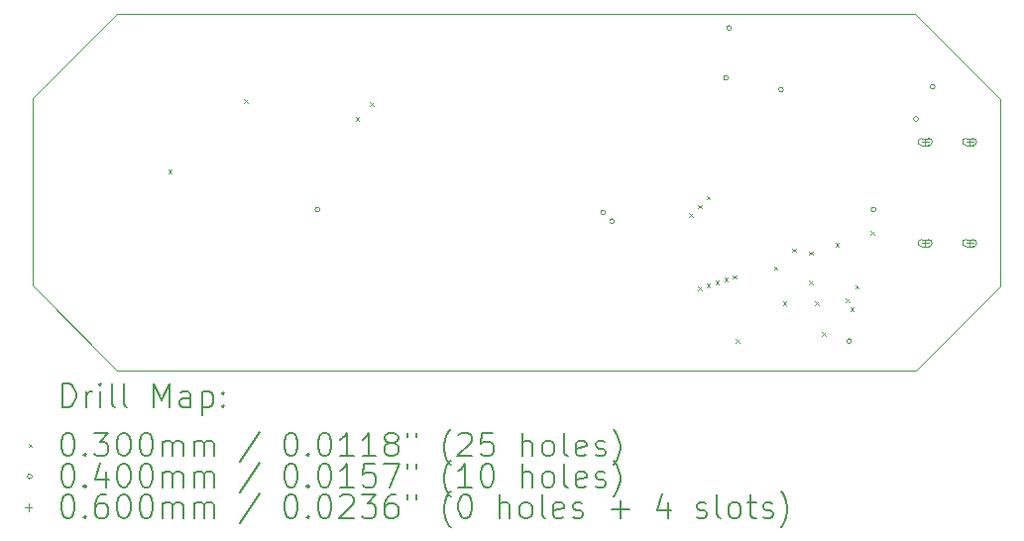
<source format=gbr>
%TF.GenerationSoftware,KiCad,Pcbnew,9.0.6*%
%TF.CreationDate,2025-11-17T13:56:23+01:00*%
%TF.ProjectId,CH32Console,43483332-436f-46e7-936f-6c652e6b6963,rev?*%
%TF.SameCoordinates,Original*%
%TF.FileFunction,Drillmap*%
%TF.FilePolarity,Positive*%
%FSLAX45Y45*%
G04 Gerber Fmt 4.5, Leading zero omitted, Abs format (unit mm)*
G04 Created by KiCad (PCBNEW 9.0.6) date 2025-11-17 13:56:23*
%MOMM*%
%LPD*%
G01*
G04 APERTURE LIST*
%ADD10C,0.050000*%
%ADD11C,0.200000*%
%ADD12C,0.100000*%
G04 APERTURE END LIST*
D10*
X18615000Y-7185000D02*
X18615000Y-8780000D01*
X17895000Y-9500000D01*
X11075000Y-9500000D01*
X10350000Y-8775000D01*
X10350000Y-7175000D01*
X11070000Y-6455000D01*
X17890000Y-6450000D01*
X18615000Y-7185000D01*
D11*
D12*
X11510000Y-7785000D02*
X11540000Y-7815000D01*
X11540000Y-7785000D02*
X11510000Y-7815000D01*
X12160000Y-7185000D02*
X12190000Y-7215000D01*
X12190000Y-7185000D02*
X12160000Y-7215000D01*
X13110000Y-7335000D02*
X13140000Y-7365000D01*
X13140000Y-7335000D02*
X13110000Y-7365000D01*
X13235000Y-7210000D02*
X13265000Y-7240000D01*
X13265000Y-7210000D02*
X13235000Y-7240000D01*
X15960000Y-8160000D02*
X15990000Y-8190000D01*
X15990000Y-8160000D02*
X15960000Y-8190000D01*
X16035000Y-8085000D02*
X16065000Y-8115000D01*
X16065000Y-8085000D02*
X16035000Y-8115000D01*
X16035000Y-8785000D02*
X16065000Y-8815000D01*
X16065000Y-8785000D02*
X16035000Y-8815000D01*
X16110000Y-8010000D02*
X16140000Y-8040000D01*
X16140000Y-8010000D02*
X16110000Y-8040000D01*
X16110000Y-8760000D02*
X16140000Y-8790000D01*
X16140000Y-8760000D02*
X16110000Y-8790000D01*
X16185000Y-8735000D02*
X16215000Y-8765000D01*
X16215000Y-8735000D02*
X16185000Y-8765000D01*
X16260000Y-8710000D02*
X16290000Y-8740000D01*
X16290000Y-8710000D02*
X16260000Y-8740000D01*
X16335000Y-8685000D02*
X16365000Y-8715000D01*
X16365000Y-8685000D02*
X16335000Y-8715000D01*
X16360000Y-9235000D02*
X16390000Y-9265000D01*
X16390000Y-9235000D02*
X16360000Y-9265000D01*
X16685000Y-8610000D02*
X16715000Y-8640000D01*
X16715000Y-8610000D02*
X16685000Y-8640000D01*
X16760000Y-8910000D02*
X16790000Y-8940000D01*
X16790000Y-8910000D02*
X16760000Y-8940000D01*
X16841742Y-8460000D02*
X16871742Y-8490000D01*
X16871742Y-8460000D02*
X16841742Y-8490000D01*
X16985000Y-8485000D02*
X17015000Y-8515000D01*
X17015000Y-8485000D02*
X16985000Y-8515000D01*
X16985000Y-8735000D02*
X17015000Y-8765000D01*
X17015000Y-8735000D02*
X16985000Y-8765000D01*
X17035000Y-8910000D02*
X17065000Y-8940000D01*
X17065000Y-8910000D02*
X17035000Y-8940000D01*
X17096250Y-9173750D02*
X17126250Y-9203750D01*
X17126250Y-9173750D02*
X17096250Y-9203750D01*
X17210000Y-8410000D02*
X17240000Y-8440000D01*
X17240000Y-8410000D02*
X17210000Y-8440000D01*
X17300000Y-8885000D02*
X17330000Y-8915000D01*
X17330000Y-8885000D02*
X17300000Y-8915000D01*
X17335000Y-8960000D02*
X17365000Y-8990000D01*
X17365000Y-8960000D02*
X17335000Y-8990000D01*
X17380000Y-8770000D02*
X17410000Y-8800000D01*
X17410000Y-8770000D02*
X17380000Y-8800000D01*
X17510000Y-8310000D02*
X17540000Y-8340000D01*
X17540000Y-8310000D02*
X17510000Y-8340000D01*
X12805000Y-8125000D02*
G75*
G02*
X12765000Y-8125000I-20000J0D01*
G01*
X12765000Y-8125000D02*
G75*
G02*
X12805000Y-8125000I20000J0D01*
G01*
X15245000Y-8150000D02*
G75*
G02*
X15205000Y-8150000I-20000J0D01*
G01*
X15205000Y-8150000D02*
G75*
G02*
X15245000Y-8150000I20000J0D01*
G01*
X15320000Y-8225000D02*
G75*
G02*
X15280000Y-8225000I-20000J0D01*
G01*
X15280000Y-8225000D02*
G75*
G02*
X15320000Y-8225000I20000J0D01*
G01*
X16295000Y-7000000D02*
G75*
G02*
X16255000Y-7000000I-20000J0D01*
G01*
X16255000Y-7000000D02*
G75*
G02*
X16295000Y-7000000I20000J0D01*
G01*
X16320000Y-6575000D02*
G75*
G02*
X16280000Y-6575000I-20000J0D01*
G01*
X16280000Y-6575000D02*
G75*
G02*
X16320000Y-6575000I20000J0D01*
G01*
X16765000Y-7100000D02*
G75*
G02*
X16725000Y-7100000I-20000J0D01*
G01*
X16725000Y-7100000D02*
G75*
G02*
X16765000Y-7100000I20000J0D01*
G01*
X17347500Y-9250000D02*
G75*
G02*
X17307500Y-9250000I-20000J0D01*
G01*
X17307500Y-9250000D02*
G75*
G02*
X17347500Y-9250000I20000J0D01*
G01*
X17555000Y-8125000D02*
G75*
G02*
X17515000Y-8125000I-20000J0D01*
G01*
X17515000Y-8125000D02*
G75*
G02*
X17555000Y-8125000I20000J0D01*
G01*
X17917500Y-7350000D02*
G75*
G02*
X17877500Y-7350000I-20000J0D01*
G01*
X17877500Y-7350000D02*
G75*
G02*
X17917500Y-7350000I20000J0D01*
G01*
X18058750Y-7075000D02*
G75*
G02*
X18018750Y-7075000I-20000J0D01*
G01*
X18018750Y-7075000D02*
G75*
G02*
X18058750Y-7075000I20000J0D01*
G01*
X17975000Y-7518000D02*
X17975000Y-7578000D01*
X17945000Y-7548000D02*
X18005000Y-7548000D01*
X18005000Y-7518000D02*
X17945000Y-7518000D01*
X17945000Y-7578000D02*
G75*
G02*
X17945000Y-7518000I0J30000D01*
G01*
X17945000Y-7578000D02*
X18005000Y-7578000D01*
X18005000Y-7578000D02*
G75*
G03*
X18005000Y-7518000I0J30000D01*
G01*
X17975000Y-8382000D02*
X17975000Y-8442000D01*
X17945000Y-8412000D02*
X18005000Y-8412000D01*
X18005000Y-8382000D02*
X17945000Y-8382000D01*
X17945000Y-8442000D02*
G75*
G02*
X17945000Y-8382000I0J30000D01*
G01*
X17945000Y-8442000D02*
X18005000Y-8442000D01*
X18005000Y-8442000D02*
G75*
G03*
X18005000Y-8382000I0J30000D01*
G01*
X18355000Y-7518000D02*
X18355000Y-7578000D01*
X18325000Y-7548000D02*
X18385000Y-7548000D01*
X18385000Y-7518000D02*
X18325000Y-7518000D01*
X18325000Y-7578000D02*
G75*
G02*
X18325000Y-7518000I0J30000D01*
G01*
X18325000Y-7578000D02*
X18385000Y-7578000D01*
X18385000Y-7578000D02*
G75*
G03*
X18385000Y-7518000I0J30000D01*
G01*
X18355000Y-8382000D02*
X18355000Y-8442000D01*
X18325000Y-8412000D02*
X18385000Y-8412000D01*
X18385000Y-8382000D02*
X18325000Y-8382000D01*
X18325000Y-8442000D02*
G75*
G02*
X18325000Y-8382000I0J30000D01*
G01*
X18325000Y-8442000D02*
X18385000Y-8442000D01*
X18385000Y-8442000D02*
G75*
G03*
X18385000Y-8382000I0J30000D01*
G01*
D11*
X10608277Y-9813984D02*
X10608277Y-9613984D01*
X10608277Y-9613984D02*
X10655896Y-9613984D01*
X10655896Y-9613984D02*
X10684467Y-9623508D01*
X10684467Y-9623508D02*
X10703515Y-9642555D01*
X10703515Y-9642555D02*
X10713039Y-9661603D01*
X10713039Y-9661603D02*
X10722563Y-9699698D01*
X10722563Y-9699698D02*
X10722563Y-9728270D01*
X10722563Y-9728270D02*
X10713039Y-9766365D01*
X10713039Y-9766365D02*
X10703515Y-9785412D01*
X10703515Y-9785412D02*
X10684467Y-9804460D01*
X10684467Y-9804460D02*
X10655896Y-9813984D01*
X10655896Y-9813984D02*
X10608277Y-9813984D01*
X10808277Y-9813984D02*
X10808277Y-9680650D01*
X10808277Y-9718746D02*
X10817801Y-9699698D01*
X10817801Y-9699698D02*
X10827324Y-9690174D01*
X10827324Y-9690174D02*
X10846372Y-9680650D01*
X10846372Y-9680650D02*
X10865420Y-9680650D01*
X10932086Y-9813984D02*
X10932086Y-9680650D01*
X10932086Y-9613984D02*
X10922563Y-9623508D01*
X10922563Y-9623508D02*
X10932086Y-9633031D01*
X10932086Y-9633031D02*
X10941610Y-9623508D01*
X10941610Y-9623508D02*
X10932086Y-9613984D01*
X10932086Y-9613984D02*
X10932086Y-9633031D01*
X11055896Y-9813984D02*
X11036848Y-9804460D01*
X11036848Y-9804460D02*
X11027324Y-9785412D01*
X11027324Y-9785412D02*
X11027324Y-9613984D01*
X11160658Y-9813984D02*
X11141610Y-9804460D01*
X11141610Y-9804460D02*
X11132086Y-9785412D01*
X11132086Y-9785412D02*
X11132086Y-9613984D01*
X11389229Y-9813984D02*
X11389229Y-9613984D01*
X11389229Y-9613984D02*
X11455896Y-9756841D01*
X11455896Y-9756841D02*
X11522562Y-9613984D01*
X11522562Y-9613984D02*
X11522562Y-9813984D01*
X11703515Y-9813984D02*
X11703515Y-9709222D01*
X11703515Y-9709222D02*
X11693991Y-9690174D01*
X11693991Y-9690174D02*
X11674943Y-9680650D01*
X11674943Y-9680650D02*
X11636848Y-9680650D01*
X11636848Y-9680650D02*
X11617801Y-9690174D01*
X11703515Y-9804460D02*
X11684467Y-9813984D01*
X11684467Y-9813984D02*
X11636848Y-9813984D01*
X11636848Y-9813984D02*
X11617801Y-9804460D01*
X11617801Y-9804460D02*
X11608277Y-9785412D01*
X11608277Y-9785412D02*
X11608277Y-9766365D01*
X11608277Y-9766365D02*
X11617801Y-9747317D01*
X11617801Y-9747317D02*
X11636848Y-9737793D01*
X11636848Y-9737793D02*
X11684467Y-9737793D01*
X11684467Y-9737793D02*
X11703515Y-9728270D01*
X11798753Y-9680650D02*
X11798753Y-9880650D01*
X11798753Y-9690174D02*
X11817801Y-9680650D01*
X11817801Y-9680650D02*
X11855896Y-9680650D01*
X11855896Y-9680650D02*
X11874943Y-9690174D01*
X11874943Y-9690174D02*
X11884467Y-9699698D01*
X11884467Y-9699698D02*
X11893991Y-9718746D01*
X11893991Y-9718746D02*
X11893991Y-9775889D01*
X11893991Y-9775889D02*
X11884467Y-9794936D01*
X11884467Y-9794936D02*
X11874943Y-9804460D01*
X11874943Y-9804460D02*
X11855896Y-9813984D01*
X11855896Y-9813984D02*
X11817801Y-9813984D01*
X11817801Y-9813984D02*
X11798753Y-9804460D01*
X11979705Y-9794936D02*
X11989229Y-9804460D01*
X11989229Y-9804460D02*
X11979705Y-9813984D01*
X11979705Y-9813984D02*
X11970182Y-9804460D01*
X11970182Y-9804460D02*
X11979705Y-9794936D01*
X11979705Y-9794936D02*
X11979705Y-9813984D01*
X11979705Y-9690174D02*
X11989229Y-9699698D01*
X11989229Y-9699698D02*
X11979705Y-9709222D01*
X11979705Y-9709222D02*
X11970182Y-9699698D01*
X11970182Y-9699698D02*
X11979705Y-9690174D01*
X11979705Y-9690174D02*
X11979705Y-9709222D01*
D12*
X10317500Y-10127500D02*
X10347500Y-10157500D01*
X10347500Y-10127500D02*
X10317500Y-10157500D01*
D11*
X10646372Y-10033984D02*
X10665420Y-10033984D01*
X10665420Y-10033984D02*
X10684467Y-10043508D01*
X10684467Y-10043508D02*
X10693991Y-10053031D01*
X10693991Y-10053031D02*
X10703515Y-10072079D01*
X10703515Y-10072079D02*
X10713039Y-10110174D01*
X10713039Y-10110174D02*
X10713039Y-10157793D01*
X10713039Y-10157793D02*
X10703515Y-10195889D01*
X10703515Y-10195889D02*
X10693991Y-10214936D01*
X10693991Y-10214936D02*
X10684467Y-10224460D01*
X10684467Y-10224460D02*
X10665420Y-10233984D01*
X10665420Y-10233984D02*
X10646372Y-10233984D01*
X10646372Y-10233984D02*
X10627324Y-10224460D01*
X10627324Y-10224460D02*
X10617801Y-10214936D01*
X10617801Y-10214936D02*
X10608277Y-10195889D01*
X10608277Y-10195889D02*
X10598753Y-10157793D01*
X10598753Y-10157793D02*
X10598753Y-10110174D01*
X10598753Y-10110174D02*
X10608277Y-10072079D01*
X10608277Y-10072079D02*
X10617801Y-10053031D01*
X10617801Y-10053031D02*
X10627324Y-10043508D01*
X10627324Y-10043508D02*
X10646372Y-10033984D01*
X10798753Y-10214936D02*
X10808277Y-10224460D01*
X10808277Y-10224460D02*
X10798753Y-10233984D01*
X10798753Y-10233984D02*
X10789229Y-10224460D01*
X10789229Y-10224460D02*
X10798753Y-10214936D01*
X10798753Y-10214936D02*
X10798753Y-10233984D01*
X10874944Y-10033984D02*
X10998753Y-10033984D01*
X10998753Y-10033984D02*
X10932086Y-10110174D01*
X10932086Y-10110174D02*
X10960658Y-10110174D01*
X10960658Y-10110174D02*
X10979705Y-10119698D01*
X10979705Y-10119698D02*
X10989229Y-10129222D01*
X10989229Y-10129222D02*
X10998753Y-10148270D01*
X10998753Y-10148270D02*
X10998753Y-10195889D01*
X10998753Y-10195889D02*
X10989229Y-10214936D01*
X10989229Y-10214936D02*
X10979705Y-10224460D01*
X10979705Y-10224460D02*
X10960658Y-10233984D01*
X10960658Y-10233984D02*
X10903515Y-10233984D01*
X10903515Y-10233984D02*
X10884467Y-10224460D01*
X10884467Y-10224460D02*
X10874944Y-10214936D01*
X11122563Y-10033984D02*
X11141610Y-10033984D01*
X11141610Y-10033984D02*
X11160658Y-10043508D01*
X11160658Y-10043508D02*
X11170182Y-10053031D01*
X11170182Y-10053031D02*
X11179705Y-10072079D01*
X11179705Y-10072079D02*
X11189229Y-10110174D01*
X11189229Y-10110174D02*
X11189229Y-10157793D01*
X11189229Y-10157793D02*
X11179705Y-10195889D01*
X11179705Y-10195889D02*
X11170182Y-10214936D01*
X11170182Y-10214936D02*
X11160658Y-10224460D01*
X11160658Y-10224460D02*
X11141610Y-10233984D01*
X11141610Y-10233984D02*
X11122563Y-10233984D01*
X11122563Y-10233984D02*
X11103515Y-10224460D01*
X11103515Y-10224460D02*
X11093991Y-10214936D01*
X11093991Y-10214936D02*
X11084467Y-10195889D01*
X11084467Y-10195889D02*
X11074944Y-10157793D01*
X11074944Y-10157793D02*
X11074944Y-10110174D01*
X11074944Y-10110174D02*
X11084467Y-10072079D01*
X11084467Y-10072079D02*
X11093991Y-10053031D01*
X11093991Y-10053031D02*
X11103515Y-10043508D01*
X11103515Y-10043508D02*
X11122563Y-10033984D01*
X11313039Y-10033984D02*
X11332086Y-10033984D01*
X11332086Y-10033984D02*
X11351134Y-10043508D01*
X11351134Y-10043508D02*
X11360658Y-10053031D01*
X11360658Y-10053031D02*
X11370182Y-10072079D01*
X11370182Y-10072079D02*
X11379705Y-10110174D01*
X11379705Y-10110174D02*
X11379705Y-10157793D01*
X11379705Y-10157793D02*
X11370182Y-10195889D01*
X11370182Y-10195889D02*
X11360658Y-10214936D01*
X11360658Y-10214936D02*
X11351134Y-10224460D01*
X11351134Y-10224460D02*
X11332086Y-10233984D01*
X11332086Y-10233984D02*
X11313039Y-10233984D01*
X11313039Y-10233984D02*
X11293991Y-10224460D01*
X11293991Y-10224460D02*
X11284467Y-10214936D01*
X11284467Y-10214936D02*
X11274943Y-10195889D01*
X11274943Y-10195889D02*
X11265420Y-10157793D01*
X11265420Y-10157793D02*
X11265420Y-10110174D01*
X11265420Y-10110174D02*
X11274943Y-10072079D01*
X11274943Y-10072079D02*
X11284467Y-10053031D01*
X11284467Y-10053031D02*
X11293991Y-10043508D01*
X11293991Y-10043508D02*
X11313039Y-10033984D01*
X11465420Y-10233984D02*
X11465420Y-10100650D01*
X11465420Y-10119698D02*
X11474943Y-10110174D01*
X11474943Y-10110174D02*
X11493991Y-10100650D01*
X11493991Y-10100650D02*
X11522563Y-10100650D01*
X11522563Y-10100650D02*
X11541610Y-10110174D01*
X11541610Y-10110174D02*
X11551134Y-10129222D01*
X11551134Y-10129222D02*
X11551134Y-10233984D01*
X11551134Y-10129222D02*
X11560658Y-10110174D01*
X11560658Y-10110174D02*
X11579705Y-10100650D01*
X11579705Y-10100650D02*
X11608277Y-10100650D01*
X11608277Y-10100650D02*
X11627324Y-10110174D01*
X11627324Y-10110174D02*
X11636848Y-10129222D01*
X11636848Y-10129222D02*
X11636848Y-10233984D01*
X11732086Y-10233984D02*
X11732086Y-10100650D01*
X11732086Y-10119698D02*
X11741610Y-10110174D01*
X11741610Y-10110174D02*
X11760658Y-10100650D01*
X11760658Y-10100650D02*
X11789229Y-10100650D01*
X11789229Y-10100650D02*
X11808277Y-10110174D01*
X11808277Y-10110174D02*
X11817801Y-10129222D01*
X11817801Y-10129222D02*
X11817801Y-10233984D01*
X11817801Y-10129222D02*
X11827324Y-10110174D01*
X11827324Y-10110174D02*
X11846372Y-10100650D01*
X11846372Y-10100650D02*
X11874943Y-10100650D01*
X11874943Y-10100650D02*
X11893991Y-10110174D01*
X11893991Y-10110174D02*
X11903515Y-10129222D01*
X11903515Y-10129222D02*
X11903515Y-10233984D01*
X12293991Y-10024460D02*
X12122563Y-10281603D01*
X12551134Y-10033984D02*
X12570182Y-10033984D01*
X12570182Y-10033984D02*
X12589229Y-10043508D01*
X12589229Y-10043508D02*
X12598753Y-10053031D01*
X12598753Y-10053031D02*
X12608277Y-10072079D01*
X12608277Y-10072079D02*
X12617801Y-10110174D01*
X12617801Y-10110174D02*
X12617801Y-10157793D01*
X12617801Y-10157793D02*
X12608277Y-10195889D01*
X12608277Y-10195889D02*
X12598753Y-10214936D01*
X12598753Y-10214936D02*
X12589229Y-10224460D01*
X12589229Y-10224460D02*
X12570182Y-10233984D01*
X12570182Y-10233984D02*
X12551134Y-10233984D01*
X12551134Y-10233984D02*
X12532086Y-10224460D01*
X12532086Y-10224460D02*
X12522563Y-10214936D01*
X12522563Y-10214936D02*
X12513039Y-10195889D01*
X12513039Y-10195889D02*
X12503515Y-10157793D01*
X12503515Y-10157793D02*
X12503515Y-10110174D01*
X12503515Y-10110174D02*
X12513039Y-10072079D01*
X12513039Y-10072079D02*
X12522563Y-10053031D01*
X12522563Y-10053031D02*
X12532086Y-10043508D01*
X12532086Y-10043508D02*
X12551134Y-10033984D01*
X12703515Y-10214936D02*
X12713039Y-10224460D01*
X12713039Y-10224460D02*
X12703515Y-10233984D01*
X12703515Y-10233984D02*
X12693991Y-10224460D01*
X12693991Y-10224460D02*
X12703515Y-10214936D01*
X12703515Y-10214936D02*
X12703515Y-10233984D01*
X12836848Y-10033984D02*
X12855896Y-10033984D01*
X12855896Y-10033984D02*
X12874944Y-10043508D01*
X12874944Y-10043508D02*
X12884467Y-10053031D01*
X12884467Y-10053031D02*
X12893991Y-10072079D01*
X12893991Y-10072079D02*
X12903515Y-10110174D01*
X12903515Y-10110174D02*
X12903515Y-10157793D01*
X12903515Y-10157793D02*
X12893991Y-10195889D01*
X12893991Y-10195889D02*
X12884467Y-10214936D01*
X12884467Y-10214936D02*
X12874944Y-10224460D01*
X12874944Y-10224460D02*
X12855896Y-10233984D01*
X12855896Y-10233984D02*
X12836848Y-10233984D01*
X12836848Y-10233984D02*
X12817801Y-10224460D01*
X12817801Y-10224460D02*
X12808277Y-10214936D01*
X12808277Y-10214936D02*
X12798753Y-10195889D01*
X12798753Y-10195889D02*
X12789229Y-10157793D01*
X12789229Y-10157793D02*
X12789229Y-10110174D01*
X12789229Y-10110174D02*
X12798753Y-10072079D01*
X12798753Y-10072079D02*
X12808277Y-10053031D01*
X12808277Y-10053031D02*
X12817801Y-10043508D01*
X12817801Y-10043508D02*
X12836848Y-10033984D01*
X13093991Y-10233984D02*
X12979706Y-10233984D01*
X13036848Y-10233984D02*
X13036848Y-10033984D01*
X13036848Y-10033984D02*
X13017801Y-10062555D01*
X13017801Y-10062555D02*
X12998753Y-10081603D01*
X12998753Y-10081603D02*
X12979706Y-10091127D01*
X13284467Y-10233984D02*
X13170182Y-10233984D01*
X13227325Y-10233984D02*
X13227325Y-10033984D01*
X13227325Y-10033984D02*
X13208277Y-10062555D01*
X13208277Y-10062555D02*
X13189229Y-10081603D01*
X13189229Y-10081603D02*
X13170182Y-10091127D01*
X13398753Y-10119698D02*
X13379706Y-10110174D01*
X13379706Y-10110174D02*
X13370182Y-10100650D01*
X13370182Y-10100650D02*
X13360658Y-10081603D01*
X13360658Y-10081603D02*
X13360658Y-10072079D01*
X13360658Y-10072079D02*
X13370182Y-10053031D01*
X13370182Y-10053031D02*
X13379706Y-10043508D01*
X13379706Y-10043508D02*
X13398753Y-10033984D01*
X13398753Y-10033984D02*
X13436848Y-10033984D01*
X13436848Y-10033984D02*
X13455896Y-10043508D01*
X13455896Y-10043508D02*
X13465420Y-10053031D01*
X13465420Y-10053031D02*
X13474944Y-10072079D01*
X13474944Y-10072079D02*
X13474944Y-10081603D01*
X13474944Y-10081603D02*
X13465420Y-10100650D01*
X13465420Y-10100650D02*
X13455896Y-10110174D01*
X13455896Y-10110174D02*
X13436848Y-10119698D01*
X13436848Y-10119698D02*
X13398753Y-10119698D01*
X13398753Y-10119698D02*
X13379706Y-10129222D01*
X13379706Y-10129222D02*
X13370182Y-10138746D01*
X13370182Y-10138746D02*
X13360658Y-10157793D01*
X13360658Y-10157793D02*
X13360658Y-10195889D01*
X13360658Y-10195889D02*
X13370182Y-10214936D01*
X13370182Y-10214936D02*
X13379706Y-10224460D01*
X13379706Y-10224460D02*
X13398753Y-10233984D01*
X13398753Y-10233984D02*
X13436848Y-10233984D01*
X13436848Y-10233984D02*
X13455896Y-10224460D01*
X13455896Y-10224460D02*
X13465420Y-10214936D01*
X13465420Y-10214936D02*
X13474944Y-10195889D01*
X13474944Y-10195889D02*
X13474944Y-10157793D01*
X13474944Y-10157793D02*
X13465420Y-10138746D01*
X13465420Y-10138746D02*
X13455896Y-10129222D01*
X13455896Y-10129222D02*
X13436848Y-10119698D01*
X13551134Y-10033984D02*
X13551134Y-10072079D01*
X13627325Y-10033984D02*
X13627325Y-10072079D01*
X13922563Y-10310174D02*
X13913039Y-10300650D01*
X13913039Y-10300650D02*
X13893991Y-10272079D01*
X13893991Y-10272079D02*
X13884468Y-10253031D01*
X13884468Y-10253031D02*
X13874944Y-10224460D01*
X13874944Y-10224460D02*
X13865420Y-10176841D01*
X13865420Y-10176841D02*
X13865420Y-10138746D01*
X13865420Y-10138746D02*
X13874944Y-10091127D01*
X13874944Y-10091127D02*
X13884468Y-10062555D01*
X13884468Y-10062555D02*
X13893991Y-10043508D01*
X13893991Y-10043508D02*
X13913039Y-10014936D01*
X13913039Y-10014936D02*
X13922563Y-10005412D01*
X13989229Y-10053031D02*
X13998753Y-10043508D01*
X13998753Y-10043508D02*
X14017801Y-10033984D01*
X14017801Y-10033984D02*
X14065420Y-10033984D01*
X14065420Y-10033984D02*
X14084468Y-10043508D01*
X14084468Y-10043508D02*
X14093991Y-10053031D01*
X14093991Y-10053031D02*
X14103515Y-10072079D01*
X14103515Y-10072079D02*
X14103515Y-10091127D01*
X14103515Y-10091127D02*
X14093991Y-10119698D01*
X14093991Y-10119698D02*
X13979706Y-10233984D01*
X13979706Y-10233984D02*
X14103515Y-10233984D01*
X14284468Y-10033984D02*
X14189229Y-10033984D01*
X14189229Y-10033984D02*
X14179706Y-10129222D01*
X14179706Y-10129222D02*
X14189229Y-10119698D01*
X14189229Y-10119698D02*
X14208277Y-10110174D01*
X14208277Y-10110174D02*
X14255896Y-10110174D01*
X14255896Y-10110174D02*
X14274944Y-10119698D01*
X14274944Y-10119698D02*
X14284468Y-10129222D01*
X14284468Y-10129222D02*
X14293991Y-10148270D01*
X14293991Y-10148270D02*
X14293991Y-10195889D01*
X14293991Y-10195889D02*
X14284468Y-10214936D01*
X14284468Y-10214936D02*
X14274944Y-10224460D01*
X14274944Y-10224460D02*
X14255896Y-10233984D01*
X14255896Y-10233984D02*
X14208277Y-10233984D01*
X14208277Y-10233984D02*
X14189229Y-10224460D01*
X14189229Y-10224460D02*
X14179706Y-10214936D01*
X14532087Y-10233984D02*
X14532087Y-10033984D01*
X14617801Y-10233984D02*
X14617801Y-10129222D01*
X14617801Y-10129222D02*
X14608277Y-10110174D01*
X14608277Y-10110174D02*
X14589230Y-10100650D01*
X14589230Y-10100650D02*
X14560658Y-10100650D01*
X14560658Y-10100650D02*
X14541610Y-10110174D01*
X14541610Y-10110174D02*
X14532087Y-10119698D01*
X14741610Y-10233984D02*
X14722563Y-10224460D01*
X14722563Y-10224460D02*
X14713039Y-10214936D01*
X14713039Y-10214936D02*
X14703515Y-10195889D01*
X14703515Y-10195889D02*
X14703515Y-10138746D01*
X14703515Y-10138746D02*
X14713039Y-10119698D01*
X14713039Y-10119698D02*
X14722563Y-10110174D01*
X14722563Y-10110174D02*
X14741610Y-10100650D01*
X14741610Y-10100650D02*
X14770182Y-10100650D01*
X14770182Y-10100650D02*
X14789230Y-10110174D01*
X14789230Y-10110174D02*
X14798753Y-10119698D01*
X14798753Y-10119698D02*
X14808277Y-10138746D01*
X14808277Y-10138746D02*
X14808277Y-10195889D01*
X14808277Y-10195889D02*
X14798753Y-10214936D01*
X14798753Y-10214936D02*
X14789230Y-10224460D01*
X14789230Y-10224460D02*
X14770182Y-10233984D01*
X14770182Y-10233984D02*
X14741610Y-10233984D01*
X14922563Y-10233984D02*
X14903515Y-10224460D01*
X14903515Y-10224460D02*
X14893991Y-10205412D01*
X14893991Y-10205412D02*
X14893991Y-10033984D01*
X15074944Y-10224460D02*
X15055896Y-10233984D01*
X15055896Y-10233984D02*
X15017801Y-10233984D01*
X15017801Y-10233984D02*
X14998753Y-10224460D01*
X14998753Y-10224460D02*
X14989230Y-10205412D01*
X14989230Y-10205412D02*
X14989230Y-10129222D01*
X14989230Y-10129222D02*
X14998753Y-10110174D01*
X14998753Y-10110174D02*
X15017801Y-10100650D01*
X15017801Y-10100650D02*
X15055896Y-10100650D01*
X15055896Y-10100650D02*
X15074944Y-10110174D01*
X15074944Y-10110174D02*
X15084468Y-10129222D01*
X15084468Y-10129222D02*
X15084468Y-10148270D01*
X15084468Y-10148270D02*
X14989230Y-10167317D01*
X15160658Y-10224460D02*
X15179706Y-10233984D01*
X15179706Y-10233984D02*
X15217801Y-10233984D01*
X15217801Y-10233984D02*
X15236849Y-10224460D01*
X15236849Y-10224460D02*
X15246372Y-10205412D01*
X15246372Y-10205412D02*
X15246372Y-10195889D01*
X15246372Y-10195889D02*
X15236849Y-10176841D01*
X15236849Y-10176841D02*
X15217801Y-10167317D01*
X15217801Y-10167317D02*
X15189230Y-10167317D01*
X15189230Y-10167317D02*
X15170182Y-10157793D01*
X15170182Y-10157793D02*
X15160658Y-10138746D01*
X15160658Y-10138746D02*
X15160658Y-10129222D01*
X15160658Y-10129222D02*
X15170182Y-10110174D01*
X15170182Y-10110174D02*
X15189230Y-10100650D01*
X15189230Y-10100650D02*
X15217801Y-10100650D01*
X15217801Y-10100650D02*
X15236849Y-10110174D01*
X15313039Y-10310174D02*
X15322563Y-10300650D01*
X15322563Y-10300650D02*
X15341611Y-10272079D01*
X15341611Y-10272079D02*
X15351134Y-10253031D01*
X15351134Y-10253031D02*
X15360658Y-10224460D01*
X15360658Y-10224460D02*
X15370182Y-10176841D01*
X15370182Y-10176841D02*
X15370182Y-10138746D01*
X15370182Y-10138746D02*
X15360658Y-10091127D01*
X15360658Y-10091127D02*
X15351134Y-10062555D01*
X15351134Y-10062555D02*
X15341611Y-10043508D01*
X15341611Y-10043508D02*
X15322563Y-10014936D01*
X15322563Y-10014936D02*
X15313039Y-10005412D01*
D12*
X10347500Y-10406500D02*
G75*
G02*
X10307500Y-10406500I-20000J0D01*
G01*
X10307500Y-10406500D02*
G75*
G02*
X10347500Y-10406500I20000J0D01*
G01*
D11*
X10646372Y-10297984D02*
X10665420Y-10297984D01*
X10665420Y-10297984D02*
X10684467Y-10307508D01*
X10684467Y-10307508D02*
X10693991Y-10317031D01*
X10693991Y-10317031D02*
X10703515Y-10336079D01*
X10703515Y-10336079D02*
X10713039Y-10374174D01*
X10713039Y-10374174D02*
X10713039Y-10421793D01*
X10713039Y-10421793D02*
X10703515Y-10459889D01*
X10703515Y-10459889D02*
X10693991Y-10478936D01*
X10693991Y-10478936D02*
X10684467Y-10488460D01*
X10684467Y-10488460D02*
X10665420Y-10497984D01*
X10665420Y-10497984D02*
X10646372Y-10497984D01*
X10646372Y-10497984D02*
X10627324Y-10488460D01*
X10627324Y-10488460D02*
X10617801Y-10478936D01*
X10617801Y-10478936D02*
X10608277Y-10459889D01*
X10608277Y-10459889D02*
X10598753Y-10421793D01*
X10598753Y-10421793D02*
X10598753Y-10374174D01*
X10598753Y-10374174D02*
X10608277Y-10336079D01*
X10608277Y-10336079D02*
X10617801Y-10317031D01*
X10617801Y-10317031D02*
X10627324Y-10307508D01*
X10627324Y-10307508D02*
X10646372Y-10297984D01*
X10798753Y-10478936D02*
X10808277Y-10488460D01*
X10808277Y-10488460D02*
X10798753Y-10497984D01*
X10798753Y-10497984D02*
X10789229Y-10488460D01*
X10789229Y-10488460D02*
X10798753Y-10478936D01*
X10798753Y-10478936D02*
X10798753Y-10497984D01*
X10979705Y-10364650D02*
X10979705Y-10497984D01*
X10932086Y-10288460D02*
X10884467Y-10431317D01*
X10884467Y-10431317D02*
X11008277Y-10431317D01*
X11122563Y-10297984D02*
X11141610Y-10297984D01*
X11141610Y-10297984D02*
X11160658Y-10307508D01*
X11160658Y-10307508D02*
X11170182Y-10317031D01*
X11170182Y-10317031D02*
X11179705Y-10336079D01*
X11179705Y-10336079D02*
X11189229Y-10374174D01*
X11189229Y-10374174D02*
X11189229Y-10421793D01*
X11189229Y-10421793D02*
X11179705Y-10459889D01*
X11179705Y-10459889D02*
X11170182Y-10478936D01*
X11170182Y-10478936D02*
X11160658Y-10488460D01*
X11160658Y-10488460D02*
X11141610Y-10497984D01*
X11141610Y-10497984D02*
X11122563Y-10497984D01*
X11122563Y-10497984D02*
X11103515Y-10488460D01*
X11103515Y-10488460D02*
X11093991Y-10478936D01*
X11093991Y-10478936D02*
X11084467Y-10459889D01*
X11084467Y-10459889D02*
X11074944Y-10421793D01*
X11074944Y-10421793D02*
X11074944Y-10374174D01*
X11074944Y-10374174D02*
X11084467Y-10336079D01*
X11084467Y-10336079D02*
X11093991Y-10317031D01*
X11093991Y-10317031D02*
X11103515Y-10307508D01*
X11103515Y-10307508D02*
X11122563Y-10297984D01*
X11313039Y-10297984D02*
X11332086Y-10297984D01*
X11332086Y-10297984D02*
X11351134Y-10307508D01*
X11351134Y-10307508D02*
X11360658Y-10317031D01*
X11360658Y-10317031D02*
X11370182Y-10336079D01*
X11370182Y-10336079D02*
X11379705Y-10374174D01*
X11379705Y-10374174D02*
X11379705Y-10421793D01*
X11379705Y-10421793D02*
X11370182Y-10459889D01*
X11370182Y-10459889D02*
X11360658Y-10478936D01*
X11360658Y-10478936D02*
X11351134Y-10488460D01*
X11351134Y-10488460D02*
X11332086Y-10497984D01*
X11332086Y-10497984D02*
X11313039Y-10497984D01*
X11313039Y-10497984D02*
X11293991Y-10488460D01*
X11293991Y-10488460D02*
X11284467Y-10478936D01*
X11284467Y-10478936D02*
X11274943Y-10459889D01*
X11274943Y-10459889D02*
X11265420Y-10421793D01*
X11265420Y-10421793D02*
X11265420Y-10374174D01*
X11265420Y-10374174D02*
X11274943Y-10336079D01*
X11274943Y-10336079D02*
X11284467Y-10317031D01*
X11284467Y-10317031D02*
X11293991Y-10307508D01*
X11293991Y-10307508D02*
X11313039Y-10297984D01*
X11465420Y-10497984D02*
X11465420Y-10364650D01*
X11465420Y-10383698D02*
X11474943Y-10374174D01*
X11474943Y-10374174D02*
X11493991Y-10364650D01*
X11493991Y-10364650D02*
X11522563Y-10364650D01*
X11522563Y-10364650D02*
X11541610Y-10374174D01*
X11541610Y-10374174D02*
X11551134Y-10393222D01*
X11551134Y-10393222D02*
X11551134Y-10497984D01*
X11551134Y-10393222D02*
X11560658Y-10374174D01*
X11560658Y-10374174D02*
X11579705Y-10364650D01*
X11579705Y-10364650D02*
X11608277Y-10364650D01*
X11608277Y-10364650D02*
X11627324Y-10374174D01*
X11627324Y-10374174D02*
X11636848Y-10393222D01*
X11636848Y-10393222D02*
X11636848Y-10497984D01*
X11732086Y-10497984D02*
X11732086Y-10364650D01*
X11732086Y-10383698D02*
X11741610Y-10374174D01*
X11741610Y-10374174D02*
X11760658Y-10364650D01*
X11760658Y-10364650D02*
X11789229Y-10364650D01*
X11789229Y-10364650D02*
X11808277Y-10374174D01*
X11808277Y-10374174D02*
X11817801Y-10393222D01*
X11817801Y-10393222D02*
X11817801Y-10497984D01*
X11817801Y-10393222D02*
X11827324Y-10374174D01*
X11827324Y-10374174D02*
X11846372Y-10364650D01*
X11846372Y-10364650D02*
X11874943Y-10364650D01*
X11874943Y-10364650D02*
X11893991Y-10374174D01*
X11893991Y-10374174D02*
X11903515Y-10393222D01*
X11903515Y-10393222D02*
X11903515Y-10497984D01*
X12293991Y-10288460D02*
X12122563Y-10545603D01*
X12551134Y-10297984D02*
X12570182Y-10297984D01*
X12570182Y-10297984D02*
X12589229Y-10307508D01*
X12589229Y-10307508D02*
X12598753Y-10317031D01*
X12598753Y-10317031D02*
X12608277Y-10336079D01*
X12608277Y-10336079D02*
X12617801Y-10374174D01*
X12617801Y-10374174D02*
X12617801Y-10421793D01*
X12617801Y-10421793D02*
X12608277Y-10459889D01*
X12608277Y-10459889D02*
X12598753Y-10478936D01*
X12598753Y-10478936D02*
X12589229Y-10488460D01*
X12589229Y-10488460D02*
X12570182Y-10497984D01*
X12570182Y-10497984D02*
X12551134Y-10497984D01*
X12551134Y-10497984D02*
X12532086Y-10488460D01*
X12532086Y-10488460D02*
X12522563Y-10478936D01*
X12522563Y-10478936D02*
X12513039Y-10459889D01*
X12513039Y-10459889D02*
X12503515Y-10421793D01*
X12503515Y-10421793D02*
X12503515Y-10374174D01*
X12503515Y-10374174D02*
X12513039Y-10336079D01*
X12513039Y-10336079D02*
X12522563Y-10317031D01*
X12522563Y-10317031D02*
X12532086Y-10307508D01*
X12532086Y-10307508D02*
X12551134Y-10297984D01*
X12703515Y-10478936D02*
X12713039Y-10488460D01*
X12713039Y-10488460D02*
X12703515Y-10497984D01*
X12703515Y-10497984D02*
X12693991Y-10488460D01*
X12693991Y-10488460D02*
X12703515Y-10478936D01*
X12703515Y-10478936D02*
X12703515Y-10497984D01*
X12836848Y-10297984D02*
X12855896Y-10297984D01*
X12855896Y-10297984D02*
X12874944Y-10307508D01*
X12874944Y-10307508D02*
X12884467Y-10317031D01*
X12884467Y-10317031D02*
X12893991Y-10336079D01*
X12893991Y-10336079D02*
X12903515Y-10374174D01*
X12903515Y-10374174D02*
X12903515Y-10421793D01*
X12903515Y-10421793D02*
X12893991Y-10459889D01*
X12893991Y-10459889D02*
X12884467Y-10478936D01*
X12884467Y-10478936D02*
X12874944Y-10488460D01*
X12874944Y-10488460D02*
X12855896Y-10497984D01*
X12855896Y-10497984D02*
X12836848Y-10497984D01*
X12836848Y-10497984D02*
X12817801Y-10488460D01*
X12817801Y-10488460D02*
X12808277Y-10478936D01*
X12808277Y-10478936D02*
X12798753Y-10459889D01*
X12798753Y-10459889D02*
X12789229Y-10421793D01*
X12789229Y-10421793D02*
X12789229Y-10374174D01*
X12789229Y-10374174D02*
X12798753Y-10336079D01*
X12798753Y-10336079D02*
X12808277Y-10317031D01*
X12808277Y-10317031D02*
X12817801Y-10307508D01*
X12817801Y-10307508D02*
X12836848Y-10297984D01*
X13093991Y-10497984D02*
X12979706Y-10497984D01*
X13036848Y-10497984D02*
X13036848Y-10297984D01*
X13036848Y-10297984D02*
X13017801Y-10326555D01*
X13017801Y-10326555D02*
X12998753Y-10345603D01*
X12998753Y-10345603D02*
X12979706Y-10355127D01*
X13274944Y-10297984D02*
X13179706Y-10297984D01*
X13179706Y-10297984D02*
X13170182Y-10393222D01*
X13170182Y-10393222D02*
X13179706Y-10383698D01*
X13179706Y-10383698D02*
X13198753Y-10374174D01*
X13198753Y-10374174D02*
X13246372Y-10374174D01*
X13246372Y-10374174D02*
X13265420Y-10383698D01*
X13265420Y-10383698D02*
X13274944Y-10393222D01*
X13274944Y-10393222D02*
X13284467Y-10412270D01*
X13284467Y-10412270D02*
X13284467Y-10459889D01*
X13284467Y-10459889D02*
X13274944Y-10478936D01*
X13274944Y-10478936D02*
X13265420Y-10488460D01*
X13265420Y-10488460D02*
X13246372Y-10497984D01*
X13246372Y-10497984D02*
X13198753Y-10497984D01*
X13198753Y-10497984D02*
X13179706Y-10488460D01*
X13179706Y-10488460D02*
X13170182Y-10478936D01*
X13351134Y-10297984D02*
X13484467Y-10297984D01*
X13484467Y-10297984D02*
X13398753Y-10497984D01*
X13551134Y-10297984D02*
X13551134Y-10336079D01*
X13627325Y-10297984D02*
X13627325Y-10336079D01*
X13922563Y-10574174D02*
X13913039Y-10564650D01*
X13913039Y-10564650D02*
X13893991Y-10536079D01*
X13893991Y-10536079D02*
X13884468Y-10517031D01*
X13884468Y-10517031D02*
X13874944Y-10488460D01*
X13874944Y-10488460D02*
X13865420Y-10440841D01*
X13865420Y-10440841D02*
X13865420Y-10402746D01*
X13865420Y-10402746D02*
X13874944Y-10355127D01*
X13874944Y-10355127D02*
X13884468Y-10326555D01*
X13884468Y-10326555D02*
X13893991Y-10307508D01*
X13893991Y-10307508D02*
X13913039Y-10278936D01*
X13913039Y-10278936D02*
X13922563Y-10269412D01*
X14103515Y-10497984D02*
X13989229Y-10497984D01*
X14046372Y-10497984D02*
X14046372Y-10297984D01*
X14046372Y-10297984D02*
X14027325Y-10326555D01*
X14027325Y-10326555D02*
X14008277Y-10345603D01*
X14008277Y-10345603D02*
X13989229Y-10355127D01*
X14227325Y-10297984D02*
X14246372Y-10297984D01*
X14246372Y-10297984D02*
X14265420Y-10307508D01*
X14265420Y-10307508D02*
X14274944Y-10317031D01*
X14274944Y-10317031D02*
X14284468Y-10336079D01*
X14284468Y-10336079D02*
X14293991Y-10374174D01*
X14293991Y-10374174D02*
X14293991Y-10421793D01*
X14293991Y-10421793D02*
X14284468Y-10459889D01*
X14284468Y-10459889D02*
X14274944Y-10478936D01*
X14274944Y-10478936D02*
X14265420Y-10488460D01*
X14265420Y-10488460D02*
X14246372Y-10497984D01*
X14246372Y-10497984D02*
X14227325Y-10497984D01*
X14227325Y-10497984D02*
X14208277Y-10488460D01*
X14208277Y-10488460D02*
X14198753Y-10478936D01*
X14198753Y-10478936D02*
X14189229Y-10459889D01*
X14189229Y-10459889D02*
X14179706Y-10421793D01*
X14179706Y-10421793D02*
X14179706Y-10374174D01*
X14179706Y-10374174D02*
X14189229Y-10336079D01*
X14189229Y-10336079D02*
X14198753Y-10317031D01*
X14198753Y-10317031D02*
X14208277Y-10307508D01*
X14208277Y-10307508D02*
X14227325Y-10297984D01*
X14532087Y-10497984D02*
X14532087Y-10297984D01*
X14617801Y-10497984D02*
X14617801Y-10393222D01*
X14617801Y-10393222D02*
X14608277Y-10374174D01*
X14608277Y-10374174D02*
X14589230Y-10364650D01*
X14589230Y-10364650D02*
X14560658Y-10364650D01*
X14560658Y-10364650D02*
X14541610Y-10374174D01*
X14541610Y-10374174D02*
X14532087Y-10383698D01*
X14741610Y-10497984D02*
X14722563Y-10488460D01*
X14722563Y-10488460D02*
X14713039Y-10478936D01*
X14713039Y-10478936D02*
X14703515Y-10459889D01*
X14703515Y-10459889D02*
X14703515Y-10402746D01*
X14703515Y-10402746D02*
X14713039Y-10383698D01*
X14713039Y-10383698D02*
X14722563Y-10374174D01*
X14722563Y-10374174D02*
X14741610Y-10364650D01*
X14741610Y-10364650D02*
X14770182Y-10364650D01*
X14770182Y-10364650D02*
X14789230Y-10374174D01*
X14789230Y-10374174D02*
X14798753Y-10383698D01*
X14798753Y-10383698D02*
X14808277Y-10402746D01*
X14808277Y-10402746D02*
X14808277Y-10459889D01*
X14808277Y-10459889D02*
X14798753Y-10478936D01*
X14798753Y-10478936D02*
X14789230Y-10488460D01*
X14789230Y-10488460D02*
X14770182Y-10497984D01*
X14770182Y-10497984D02*
X14741610Y-10497984D01*
X14922563Y-10497984D02*
X14903515Y-10488460D01*
X14903515Y-10488460D02*
X14893991Y-10469412D01*
X14893991Y-10469412D02*
X14893991Y-10297984D01*
X15074944Y-10488460D02*
X15055896Y-10497984D01*
X15055896Y-10497984D02*
X15017801Y-10497984D01*
X15017801Y-10497984D02*
X14998753Y-10488460D01*
X14998753Y-10488460D02*
X14989230Y-10469412D01*
X14989230Y-10469412D02*
X14989230Y-10393222D01*
X14989230Y-10393222D02*
X14998753Y-10374174D01*
X14998753Y-10374174D02*
X15017801Y-10364650D01*
X15017801Y-10364650D02*
X15055896Y-10364650D01*
X15055896Y-10364650D02*
X15074944Y-10374174D01*
X15074944Y-10374174D02*
X15084468Y-10393222D01*
X15084468Y-10393222D02*
X15084468Y-10412270D01*
X15084468Y-10412270D02*
X14989230Y-10431317D01*
X15160658Y-10488460D02*
X15179706Y-10497984D01*
X15179706Y-10497984D02*
X15217801Y-10497984D01*
X15217801Y-10497984D02*
X15236849Y-10488460D01*
X15236849Y-10488460D02*
X15246372Y-10469412D01*
X15246372Y-10469412D02*
X15246372Y-10459889D01*
X15246372Y-10459889D02*
X15236849Y-10440841D01*
X15236849Y-10440841D02*
X15217801Y-10431317D01*
X15217801Y-10431317D02*
X15189230Y-10431317D01*
X15189230Y-10431317D02*
X15170182Y-10421793D01*
X15170182Y-10421793D02*
X15160658Y-10402746D01*
X15160658Y-10402746D02*
X15160658Y-10393222D01*
X15160658Y-10393222D02*
X15170182Y-10374174D01*
X15170182Y-10374174D02*
X15189230Y-10364650D01*
X15189230Y-10364650D02*
X15217801Y-10364650D01*
X15217801Y-10364650D02*
X15236849Y-10374174D01*
X15313039Y-10574174D02*
X15322563Y-10564650D01*
X15322563Y-10564650D02*
X15341611Y-10536079D01*
X15341611Y-10536079D02*
X15351134Y-10517031D01*
X15351134Y-10517031D02*
X15360658Y-10488460D01*
X15360658Y-10488460D02*
X15370182Y-10440841D01*
X15370182Y-10440841D02*
X15370182Y-10402746D01*
X15370182Y-10402746D02*
X15360658Y-10355127D01*
X15360658Y-10355127D02*
X15351134Y-10326555D01*
X15351134Y-10326555D02*
X15341611Y-10307508D01*
X15341611Y-10307508D02*
X15322563Y-10278936D01*
X15322563Y-10278936D02*
X15313039Y-10269412D01*
D12*
X10317500Y-10640500D02*
X10317500Y-10700500D01*
X10287500Y-10670500D02*
X10347500Y-10670500D01*
D11*
X10646372Y-10561984D02*
X10665420Y-10561984D01*
X10665420Y-10561984D02*
X10684467Y-10571508D01*
X10684467Y-10571508D02*
X10693991Y-10581031D01*
X10693991Y-10581031D02*
X10703515Y-10600079D01*
X10703515Y-10600079D02*
X10713039Y-10638174D01*
X10713039Y-10638174D02*
X10713039Y-10685793D01*
X10713039Y-10685793D02*
X10703515Y-10723889D01*
X10703515Y-10723889D02*
X10693991Y-10742936D01*
X10693991Y-10742936D02*
X10684467Y-10752460D01*
X10684467Y-10752460D02*
X10665420Y-10761984D01*
X10665420Y-10761984D02*
X10646372Y-10761984D01*
X10646372Y-10761984D02*
X10627324Y-10752460D01*
X10627324Y-10752460D02*
X10617801Y-10742936D01*
X10617801Y-10742936D02*
X10608277Y-10723889D01*
X10608277Y-10723889D02*
X10598753Y-10685793D01*
X10598753Y-10685793D02*
X10598753Y-10638174D01*
X10598753Y-10638174D02*
X10608277Y-10600079D01*
X10608277Y-10600079D02*
X10617801Y-10581031D01*
X10617801Y-10581031D02*
X10627324Y-10571508D01*
X10627324Y-10571508D02*
X10646372Y-10561984D01*
X10798753Y-10742936D02*
X10808277Y-10752460D01*
X10808277Y-10752460D02*
X10798753Y-10761984D01*
X10798753Y-10761984D02*
X10789229Y-10752460D01*
X10789229Y-10752460D02*
X10798753Y-10742936D01*
X10798753Y-10742936D02*
X10798753Y-10761984D01*
X10979705Y-10561984D02*
X10941610Y-10561984D01*
X10941610Y-10561984D02*
X10922563Y-10571508D01*
X10922563Y-10571508D02*
X10913039Y-10581031D01*
X10913039Y-10581031D02*
X10893991Y-10609603D01*
X10893991Y-10609603D02*
X10884467Y-10647698D01*
X10884467Y-10647698D02*
X10884467Y-10723889D01*
X10884467Y-10723889D02*
X10893991Y-10742936D01*
X10893991Y-10742936D02*
X10903515Y-10752460D01*
X10903515Y-10752460D02*
X10922563Y-10761984D01*
X10922563Y-10761984D02*
X10960658Y-10761984D01*
X10960658Y-10761984D02*
X10979705Y-10752460D01*
X10979705Y-10752460D02*
X10989229Y-10742936D01*
X10989229Y-10742936D02*
X10998753Y-10723889D01*
X10998753Y-10723889D02*
X10998753Y-10676270D01*
X10998753Y-10676270D02*
X10989229Y-10657222D01*
X10989229Y-10657222D02*
X10979705Y-10647698D01*
X10979705Y-10647698D02*
X10960658Y-10638174D01*
X10960658Y-10638174D02*
X10922563Y-10638174D01*
X10922563Y-10638174D02*
X10903515Y-10647698D01*
X10903515Y-10647698D02*
X10893991Y-10657222D01*
X10893991Y-10657222D02*
X10884467Y-10676270D01*
X11122563Y-10561984D02*
X11141610Y-10561984D01*
X11141610Y-10561984D02*
X11160658Y-10571508D01*
X11160658Y-10571508D02*
X11170182Y-10581031D01*
X11170182Y-10581031D02*
X11179705Y-10600079D01*
X11179705Y-10600079D02*
X11189229Y-10638174D01*
X11189229Y-10638174D02*
X11189229Y-10685793D01*
X11189229Y-10685793D02*
X11179705Y-10723889D01*
X11179705Y-10723889D02*
X11170182Y-10742936D01*
X11170182Y-10742936D02*
X11160658Y-10752460D01*
X11160658Y-10752460D02*
X11141610Y-10761984D01*
X11141610Y-10761984D02*
X11122563Y-10761984D01*
X11122563Y-10761984D02*
X11103515Y-10752460D01*
X11103515Y-10752460D02*
X11093991Y-10742936D01*
X11093991Y-10742936D02*
X11084467Y-10723889D01*
X11084467Y-10723889D02*
X11074944Y-10685793D01*
X11074944Y-10685793D02*
X11074944Y-10638174D01*
X11074944Y-10638174D02*
X11084467Y-10600079D01*
X11084467Y-10600079D02*
X11093991Y-10581031D01*
X11093991Y-10581031D02*
X11103515Y-10571508D01*
X11103515Y-10571508D02*
X11122563Y-10561984D01*
X11313039Y-10561984D02*
X11332086Y-10561984D01*
X11332086Y-10561984D02*
X11351134Y-10571508D01*
X11351134Y-10571508D02*
X11360658Y-10581031D01*
X11360658Y-10581031D02*
X11370182Y-10600079D01*
X11370182Y-10600079D02*
X11379705Y-10638174D01*
X11379705Y-10638174D02*
X11379705Y-10685793D01*
X11379705Y-10685793D02*
X11370182Y-10723889D01*
X11370182Y-10723889D02*
X11360658Y-10742936D01*
X11360658Y-10742936D02*
X11351134Y-10752460D01*
X11351134Y-10752460D02*
X11332086Y-10761984D01*
X11332086Y-10761984D02*
X11313039Y-10761984D01*
X11313039Y-10761984D02*
X11293991Y-10752460D01*
X11293991Y-10752460D02*
X11284467Y-10742936D01*
X11284467Y-10742936D02*
X11274943Y-10723889D01*
X11274943Y-10723889D02*
X11265420Y-10685793D01*
X11265420Y-10685793D02*
X11265420Y-10638174D01*
X11265420Y-10638174D02*
X11274943Y-10600079D01*
X11274943Y-10600079D02*
X11284467Y-10581031D01*
X11284467Y-10581031D02*
X11293991Y-10571508D01*
X11293991Y-10571508D02*
X11313039Y-10561984D01*
X11465420Y-10761984D02*
X11465420Y-10628650D01*
X11465420Y-10647698D02*
X11474943Y-10638174D01*
X11474943Y-10638174D02*
X11493991Y-10628650D01*
X11493991Y-10628650D02*
X11522563Y-10628650D01*
X11522563Y-10628650D02*
X11541610Y-10638174D01*
X11541610Y-10638174D02*
X11551134Y-10657222D01*
X11551134Y-10657222D02*
X11551134Y-10761984D01*
X11551134Y-10657222D02*
X11560658Y-10638174D01*
X11560658Y-10638174D02*
X11579705Y-10628650D01*
X11579705Y-10628650D02*
X11608277Y-10628650D01*
X11608277Y-10628650D02*
X11627324Y-10638174D01*
X11627324Y-10638174D02*
X11636848Y-10657222D01*
X11636848Y-10657222D02*
X11636848Y-10761984D01*
X11732086Y-10761984D02*
X11732086Y-10628650D01*
X11732086Y-10647698D02*
X11741610Y-10638174D01*
X11741610Y-10638174D02*
X11760658Y-10628650D01*
X11760658Y-10628650D02*
X11789229Y-10628650D01*
X11789229Y-10628650D02*
X11808277Y-10638174D01*
X11808277Y-10638174D02*
X11817801Y-10657222D01*
X11817801Y-10657222D02*
X11817801Y-10761984D01*
X11817801Y-10657222D02*
X11827324Y-10638174D01*
X11827324Y-10638174D02*
X11846372Y-10628650D01*
X11846372Y-10628650D02*
X11874943Y-10628650D01*
X11874943Y-10628650D02*
X11893991Y-10638174D01*
X11893991Y-10638174D02*
X11903515Y-10657222D01*
X11903515Y-10657222D02*
X11903515Y-10761984D01*
X12293991Y-10552460D02*
X12122563Y-10809603D01*
X12551134Y-10561984D02*
X12570182Y-10561984D01*
X12570182Y-10561984D02*
X12589229Y-10571508D01*
X12589229Y-10571508D02*
X12598753Y-10581031D01*
X12598753Y-10581031D02*
X12608277Y-10600079D01*
X12608277Y-10600079D02*
X12617801Y-10638174D01*
X12617801Y-10638174D02*
X12617801Y-10685793D01*
X12617801Y-10685793D02*
X12608277Y-10723889D01*
X12608277Y-10723889D02*
X12598753Y-10742936D01*
X12598753Y-10742936D02*
X12589229Y-10752460D01*
X12589229Y-10752460D02*
X12570182Y-10761984D01*
X12570182Y-10761984D02*
X12551134Y-10761984D01*
X12551134Y-10761984D02*
X12532086Y-10752460D01*
X12532086Y-10752460D02*
X12522563Y-10742936D01*
X12522563Y-10742936D02*
X12513039Y-10723889D01*
X12513039Y-10723889D02*
X12503515Y-10685793D01*
X12503515Y-10685793D02*
X12503515Y-10638174D01*
X12503515Y-10638174D02*
X12513039Y-10600079D01*
X12513039Y-10600079D02*
X12522563Y-10581031D01*
X12522563Y-10581031D02*
X12532086Y-10571508D01*
X12532086Y-10571508D02*
X12551134Y-10561984D01*
X12703515Y-10742936D02*
X12713039Y-10752460D01*
X12713039Y-10752460D02*
X12703515Y-10761984D01*
X12703515Y-10761984D02*
X12693991Y-10752460D01*
X12693991Y-10752460D02*
X12703515Y-10742936D01*
X12703515Y-10742936D02*
X12703515Y-10761984D01*
X12836848Y-10561984D02*
X12855896Y-10561984D01*
X12855896Y-10561984D02*
X12874944Y-10571508D01*
X12874944Y-10571508D02*
X12884467Y-10581031D01*
X12884467Y-10581031D02*
X12893991Y-10600079D01*
X12893991Y-10600079D02*
X12903515Y-10638174D01*
X12903515Y-10638174D02*
X12903515Y-10685793D01*
X12903515Y-10685793D02*
X12893991Y-10723889D01*
X12893991Y-10723889D02*
X12884467Y-10742936D01*
X12884467Y-10742936D02*
X12874944Y-10752460D01*
X12874944Y-10752460D02*
X12855896Y-10761984D01*
X12855896Y-10761984D02*
X12836848Y-10761984D01*
X12836848Y-10761984D02*
X12817801Y-10752460D01*
X12817801Y-10752460D02*
X12808277Y-10742936D01*
X12808277Y-10742936D02*
X12798753Y-10723889D01*
X12798753Y-10723889D02*
X12789229Y-10685793D01*
X12789229Y-10685793D02*
X12789229Y-10638174D01*
X12789229Y-10638174D02*
X12798753Y-10600079D01*
X12798753Y-10600079D02*
X12808277Y-10581031D01*
X12808277Y-10581031D02*
X12817801Y-10571508D01*
X12817801Y-10571508D02*
X12836848Y-10561984D01*
X12979706Y-10581031D02*
X12989229Y-10571508D01*
X12989229Y-10571508D02*
X13008277Y-10561984D01*
X13008277Y-10561984D02*
X13055896Y-10561984D01*
X13055896Y-10561984D02*
X13074944Y-10571508D01*
X13074944Y-10571508D02*
X13084467Y-10581031D01*
X13084467Y-10581031D02*
X13093991Y-10600079D01*
X13093991Y-10600079D02*
X13093991Y-10619127D01*
X13093991Y-10619127D02*
X13084467Y-10647698D01*
X13084467Y-10647698D02*
X12970182Y-10761984D01*
X12970182Y-10761984D02*
X13093991Y-10761984D01*
X13160658Y-10561984D02*
X13284467Y-10561984D01*
X13284467Y-10561984D02*
X13217801Y-10638174D01*
X13217801Y-10638174D02*
X13246372Y-10638174D01*
X13246372Y-10638174D02*
X13265420Y-10647698D01*
X13265420Y-10647698D02*
X13274944Y-10657222D01*
X13274944Y-10657222D02*
X13284467Y-10676270D01*
X13284467Y-10676270D02*
X13284467Y-10723889D01*
X13284467Y-10723889D02*
X13274944Y-10742936D01*
X13274944Y-10742936D02*
X13265420Y-10752460D01*
X13265420Y-10752460D02*
X13246372Y-10761984D01*
X13246372Y-10761984D02*
X13189229Y-10761984D01*
X13189229Y-10761984D02*
X13170182Y-10752460D01*
X13170182Y-10752460D02*
X13160658Y-10742936D01*
X13455896Y-10561984D02*
X13417801Y-10561984D01*
X13417801Y-10561984D02*
X13398753Y-10571508D01*
X13398753Y-10571508D02*
X13389229Y-10581031D01*
X13389229Y-10581031D02*
X13370182Y-10609603D01*
X13370182Y-10609603D02*
X13360658Y-10647698D01*
X13360658Y-10647698D02*
X13360658Y-10723889D01*
X13360658Y-10723889D02*
X13370182Y-10742936D01*
X13370182Y-10742936D02*
X13379706Y-10752460D01*
X13379706Y-10752460D02*
X13398753Y-10761984D01*
X13398753Y-10761984D02*
X13436848Y-10761984D01*
X13436848Y-10761984D02*
X13455896Y-10752460D01*
X13455896Y-10752460D02*
X13465420Y-10742936D01*
X13465420Y-10742936D02*
X13474944Y-10723889D01*
X13474944Y-10723889D02*
X13474944Y-10676270D01*
X13474944Y-10676270D02*
X13465420Y-10657222D01*
X13465420Y-10657222D02*
X13455896Y-10647698D01*
X13455896Y-10647698D02*
X13436848Y-10638174D01*
X13436848Y-10638174D02*
X13398753Y-10638174D01*
X13398753Y-10638174D02*
X13379706Y-10647698D01*
X13379706Y-10647698D02*
X13370182Y-10657222D01*
X13370182Y-10657222D02*
X13360658Y-10676270D01*
X13551134Y-10561984D02*
X13551134Y-10600079D01*
X13627325Y-10561984D02*
X13627325Y-10600079D01*
X13922563Y-10838174D02*
X13913039Y-10828650D01*
X13913039Y-10828650D02*
X13893991Y-10800079D01*
X13893991Y-10800079D02*
X13884468Y-10781031D01*
X13884468Y-10781031D02*
X13874944Y-10752460D01*
X13874944Y-10752460D02*
X13865420Y-10704841D01*
X13865420Y-10704841D02*
X13865420Y-10666746D01*
X13865420Y-10666746D02*
X13874944Y-10619127D01*
X13874944Y-10619127D02*
X13884468Y-10590555D01*
X13884468Y-10590555D02*
X13893991Y-10571508D01*
X13893991Y-10571508D02*
X13913039Y-10542936D01*
X13913039Y-10542936D02*
X13922563Y-10533412D01*
X14036848Y-10561984D02*
X14055896Y-10561984D01*
X14055896Y-10561984D02*
X14074944Y-10571508D01*
X14074944Y-10571508D02*
X14084468Y-10581031D01*
X14084468Y-10581031D02*
X14093991Y-10600079D01*
X14093991Y-10600079D02*
X14103515Y-10638174D01*
X14103515Y-10638174D02*
X14103515Y-10685793D01*
X14103515Y-10685793D02*
X14093991Y-10723889D01*
X14093991Y-10723889D02*
X14084468Y-10742936D01*
X14084468Y-10742936D02*
X14074944Y-10752460D01*
X14074944Y-10752460D02*
X14055896Y-10761984D01*
X14055896Y-10761984D02*
X14036848Y-10761984D01*
X14036848Y-10761984D02*
X14017801Y-10752460D01*
X14017801Y-10752460D02*
X14008277Y-10742936D01*
X14008277Y-10742936D02*
X13998753Y-10723889D01*
X13998753Y-10723889D02*
X13989229Y-10685793D01*
X13989229Y-10685793D02*
X13989229Y-10638174D01*
X13989229Y-10638174D02*
X13998753Y-10600079D01*
X13998753Y-10600079D02*
X14008277Y-10581031D01*
X14008277Y-10581031D02*
X14017801Y-10571508D01*
X14017801Y-10571508D02*
X14036848Y-10561984D01*
X14341610Y-10761984D02*
X14341610Y-10561984D01*
X14427325Y-10761984D02*
X14427325Y-10657222D01*
X14427325Y-10657222D02*
X14417801Y-10638174D01*
X14417801Y-10638174D02*
X14398753Y-10628650D01*
X14398753Y-10628650D02*
X14370182Y-10628650D01*
X14370182Y-10628650D02*
X14351134Y-10638174D01*
X14351134Y-10638174D02*
X14341610Y-10647698D01*
X14551134Y-10761984D02*
X14532087Y-10752460D01*
X14532087Y-10752460D02*
X14522563Y-10742936D01*
X14522563Y-10742936D02*
X14513039Y-10723889D01*
X14513039Y-10723889D02*
X14513039Y-10666746D01*
X14513039Y-10666746D02*
X14522563Y-10647698D01*
X14522563Y-10647698D02*
X14532087Y-10638174D01*
X14532087Y-10638174D02*
X14551134Y-10628650D01*
X14551134Y-10628650D02*
X14579706Y-10628650D01*
X14579706Y-10628650D02*
X14598753Y-10638174D01*
X14598753Y-10638174D02*
X14608277Y-10647698D01*
X14608277Y-10647698D02*
X14617801Y-10666746D01*
X14617801Y-10666746D02*
X14617801Y-10723889D01*
X14617801Y-10723889D02*
X14608277Y-10742936D01*
X14608277Y-10742936D02*
X14598753Y-10752460D01*
X14598753Y-10752460D02*
X14579706Y-10761984D01*
X14579706Y-10761984D02*
X14551134Y-10761984D01*
X14732087Y-10761984D02*
X14713039Y-10752460D01*
X14713039Y-10752460D02*
X14703515Y-10733412D01*
X14703515Y-10733412D02*
X14703515Y-10561984D01*
X14884468Y-10752460D02*
X14865420Y-10761984D01*
X14865420Y-10761984D02*
X14827325Y-10761984D01*
X14827325Y-10761984D02*
X14808277Y-10752460D01*
X14808277Y-10752460D02*
X14798753Y-10733412D01*
X14798753Y-10733412D02*
X14798753Y-10657222D01*
X14798753Y-10657222D02*
X14808277Y-10638174D01*
X14808277Y-10638174D02*
X14827325Y-10628650D01*
X14827325Y-10628650D02*
X14865420Y-10628650D01*
X14865420Y-10628650D02*
X14884468Y-10638174D01*
X14884468Y-10638174D02*
X14893991Y-10657222D01*
X14893991Y-10657222D02*
X14893991Y-10676270D01*
X14893991Y-10676270D02*
X14798753Y-10695317D01*
X14970182Y-10752460D02*
X14989230Y-10761984D01*
X14989230Y-10761984D02*
X15027325Y-10761984D01*
X15027325Y-10761984D02*
X15046372Y-10752460D01*
X15046372Y-10752460D02*
X15055896Y-10733412D01*
X15055896Y-10733412D02*
X15055896Y-10723889D01*
X15055896Y-10723889D02*
X15046372Y-10704841D01*
X15046372Y-10704841D02*
X15027325Y-10695317D01*
X15027325Y-10695317D02*
X14998753Y-10695317D01*
X14998753Y-10695317D02*
X14979706Y-10685793D01*
X14979706Y-10685793D02*
X14970182Y-10666746D01*
X14970182Y-10666746D02*
X14970182Y-10657222D01*
X14970182Y-10657222D02*
X14979706Y-10638174D01*
X14979706Y-10638174D02*
X14998753Y-10628650D01*
X14998753Y-10628650D02*
X15027325Y-10628650D01*
X15027325Y-10628650D02*
X15046372Y-10638174D01*
X15293992Y-10685793D02*
X15446373Y-10685793D01*
X15370182Y-10761984D02*
X15370182Y-10609603D01*
X15779706Y-10628650D02*
X15779706Y-10761984D01*
X15732087Y-10552460D02*
X15684468Y-10695317D01*
X15684468Y-10695317D02*
X15808277Y-10695317D01*
X16027325Y-10752460D02*
X16046373Y-10761984D01*
X16046373Y-10761984D02*
X16084468Y-10761984D01*
X16084468Y-10761984D02*
X16103515Y-10752460D01*
X16103515Y-10752460D02*
X16113039Y-10733412D01*
X16113039Y-10733412D02*
X16113039Y-10723889D01*
X16113039Y-10723889D02*
X16103515Y-10704841D01*
X16103515Y-10704841D02*
X16084468Y-10695317D01*
X16084468Y-10695317D02*
X16055896Y-10695317D01*
X16055896Y-10695317D02*
X16036849Y-10685793D01*
X16036849Y-10685793D02*
X16027325Y-10666746D01*
X16027325Y-10666746D02*
X16027325Y-10657222D01*
X16027325Y-10657222D02*
X16036849Y-10638174D01*
X16036849Y-10638174D02*
X16055896Y-10628650D01*
X16055896Y-10628650D02*
X16084468Y-10628650D01*
X16084468Y-10628650D02*
X16103515Y-10638174D01*
X16227325Y-10761984D02*
X16208277Y-10752460D01*
X16208277Y-10752460D02*
X16198754Y-10733412D01*
X16198754Y-10733412D02*
X16198754Y-10561984D01*
X16332087Y-10761984D02*
X16313039Y-10752460D01*
X16313039Y-10752460D02*
X16303515Y-10742936D01*
X16303515Y-10742936D02*
X16293992Y-10723889D01*
X16293992Y-10723889D02*
X16293992Y-10666746D01*
X16293992Y-10666746D02*
X16303515Y-10647698D01*
X16303515Y-10647698D02*
X16313039Y-10638174D01*
X16313039Y-10638174D02*
X16332087Y-10628650D01*
X16332087Y-10628650D02*
X16360658Y-10628650D01*
X16360658Y-10628650D02*
X16379706Y-10638174D01*
X16379706Y-10638174D02*
X16389230Y-10647698D01*
X16389230Y-10647698D02*
X16398754Y-10666746D01*
X16398754Y-10666746D02*
X16398754Y-10723889D01*
X16398754Y-10723889D02*
X16389230Y-10742936D01*
X16389230Y-10742936D02*
X16379706Y-10752460D01*
X16379706Y-10752460D02*
X16360658Y-10761984D01*
X16360658Y-10761984D02*
X16332087Y-10761984D01*
X16455896Y-10628650D02*
X16532087Y-10628650D01*
X16484468Y-10561984D02*
X16484468Y-10733412D01*
X16484468Y-10733412D02*
X16493992Y-10752460D01*
X16493992Y-10752460D02*
X16513039Y-10761984D01*
X16513039Y-10761984D02*
X16532087Y-10761984D01*
X16589230Y-10752460D02*
X16608277Y-10761984D01*
X16608277Y-10761984D02*
X16646373Y-10761984D01*
X16646373Y-10761984D02*
X16665420Y-10752460D01*
X16665420Y-10752460D02*
X16674944Y-10733412D01*
X16674944Y-10733412D02*
X16674944Y-10723889D01*
X16674944Y-10723889D02*
X16665420Y-10704841D01*
X16665420Y-10704841D02*
X16646373Y-10695317D01*
X16646373Y-10695317D02*
X16617801Y-10695317D01*
X16617801Y-10695317D02*
X16598754Y-10685793D01*
X16598754Y-10685793D02*
X16589230Y-10666746D01*
X16589230Y-10666746D02*
X16589230Y-10657222D01*
X16589230Y-10657222D02*
X16598754Y-10638174D01*
X16598754Y-10638174D02*
X16617801Y-10628650D01*
X16617801Y-10628650D02*
X16646373Y-10628650D01*
X16646373Y-10628650D02*
X16665420Y-10638174D01*
X16741611Y-10838174D02*
X16751135Y-10828650D01*
X16751135Y-10828650D02*
X16770182Y-10800079D01*
X16770182Y-10800079D02*
X16779706Y-10781031D01*
X16779706Y-10781031D02*
X16789230Y-10752460D01*
X16789230Y-10752460D02*
X16798754Y-10704841D01*
X16798754Y-10704841D02*
X16798754Y-10666746D01*
X16798754Y-10666746D02*
X16789230Y-10619127D01*
X16789230Y-10619127D02*
X16779706Y-10590555D01*
X16779706Y-10590555D02*
X16770182Y-10571508D01*
X16770182Y-10571508D02*
X16751135Y-10542936D01*
X16751135Y-10542936D02*
X16741611Y-10533412D01*
M02*

</source>
